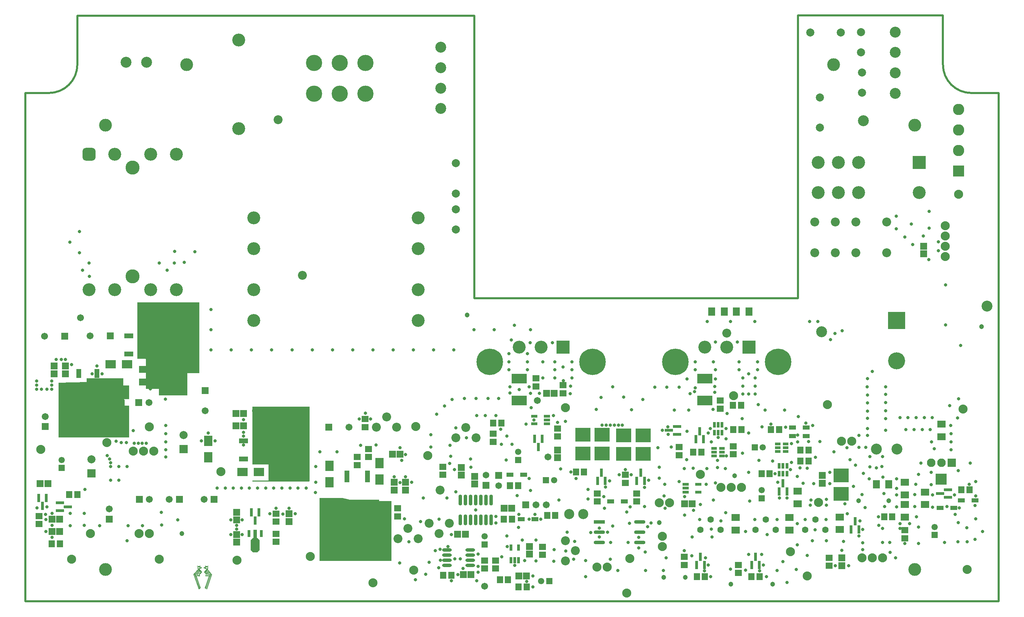
<source format=gts>
G04*
G04 #@! TF.GenerationSoftware,Altium Limited,Altium Designer,22.6.1 (34)*
G04*
G04 Layer_Color=8388736*
%FSLAX43Y43*%
%MOMM*%
G71*
G04*
G04 #@! TF.SameCoordinates,15A2616C-5F2C-4B92-8F69-33DD5233AD97*
G04*
G04*
G04 #@! TF.FilePolarity,Negative*
G04*
G01*
G75*
%ADD10C,0.500*%
%ADD12C,0.254*%
%ADD19C,0.152*%
%ADD27R,0.152X0.152*%
%ADD56C,0.102*%
%ADD57R,0.803X1.553*%
%ADD58R,1.553X0.803*%
%ADD59R,1.803X1.053*%
%ADD60R,3.703X2.403*%
%ADD61R,3.703X3.403*%
%ADD62R,10.903X9.403*%
%ADD63R,1.303X2.903*%
%ADD64R,1.194X2.210*%
%ADD65R,6.909X8.230*%
%ADD66O,2.403X0.803*%
%ADD67O,0.903X2.703*%
%ADD68R,0.803X1.803*%
%ADD69R,0.903X2.203*%
G04:AMPARAMS|DCode=70|XSize=2.203mm|YSize=3.603mm|CornerRadius=0mm|HoleSize=0mm|Usage=FLASHONLY|Rotation=0.000|XOffset=0mm|YOffset=0mm|HoleType=Round|Shape=Octagon|*
%AMOCTAGOND70*
4,1,8,-0.551,1.802,0.551,1.802,1.102,1.251,1.102,-1.251,0.551,-1.802,-0.551,-1.802,-1.102,-1.251,-1.102,1.251,-0.551,1.802,0.0*
%
%ADD70OCTAGOND70*%

%ADD71R,1.453X0.703*%
%ADD72R,1.703X1.803*%
%ADD73R,0.803X2.003*%
%ADD74O,2.803X0.903*%
%ADD75R,2.803X0.903*%
%ADD76R,1.703X2.103*%
%ADD77R,2.103X1.703*%
%ADD78R,1.703X1.603*%
%ADD79R,1.603X1.703*%
%ADD80R,1.803X1.703*%
%ADD81R,2.003X2.603*%
%ADD82R,0.703X1.453*%
%ADD83R,2.603X2.003*%
%ADD84R,2.003X0.803*%
%ADD85R,8.230X6.909*%
%ADD86R,2.210X1.194*%
%ADD87C,3.203*%
%ADD88C,3.175*%
%ADD89C,2.000*%
%ADD90C,4.203*%
%ADD91R,4.203X4.203*%
%ADD92R,1.703X1.703*%
%ADD93C,1.703*%
%ADD94R,2.003X2.003*%
%ADD95C,2.003*%
%ADD96C,1.553*%
%ADD97R,1.553X1.553*%
%ADD98R,1.553X1.553*%
%ADD99R,2.794X2.794*%
%ADD100C,6.553*%
%ADD101C,2.703*%
%ADD102C,2.235*%
%ADD103C,2.503*%
%ADD104R,1.651X1.651*%
%ADD105C,1.651*%
%ADD106C,2.203*%
%ADD107R,3.203X3.203*%
%ADD108C,1.603*%
%ADD109C,2.108*%
%ADD110R,2.108X2.108*%
%ADD111R,3.203X3.203*%
%ADD112C,3.463*%
G04:AMPARAMS|DCode=113|XSize=3.203mm|YSize=3.203mm|CornerRadius=0.852mm|HoleSize=0mm|Usage=FLASHONLY|Rotation=270.000|XOffset=0mm|YOffset=0mm|HoleType=Round|Shape=RoundedRectangle|*
%AMROUNDEDRECTD113*
21,1,3.203,1.500,0,0,270.0*
21,1,1.500,3.203,0,0,270.0*
1,1,1.703,-0.750,-0.750*
1,1,1.703,-0.750,0.750*
1,1,1.703,0.750,0.750*
1,1,1.703,0.750,-0.750*
%
%ADD113ROUNDEDRECTD113*%
%ADD114C,2.803*%
%ADD115R,2.803X2.803*%
%ADD116C,4.013*%
%ADD117R,1.703X1.703*%
%ADD118C,0.813*%
%ADD119C,0.813*%
%ADD120C,1.203*%
G36*
X124200Y173400D02*
X125600D01*
Y170003D01*
X124400D01*
X124500Y169903D01*
Y168400D01*
X125600D01*
Y160600D01*
X108200D01*
Y174097D01*
X115100Y174300D01*
Y175200D01*
X124200D01*
Y173400D01*
D02*
G37*
G36*
X143000Y176500D02*
X140000D01*
Y171000D01*
X133000D01*
Y172600D01*
X129800D01*
Y179900D01*
X129700Y180000D01*
X127700D01*
Y194000D01*
X143000D01*
Y176500D01*
D02*
G37*
G36*
X181700Y144800D02*
X190500D01*
Y130000D01*
X172700D01*
Y145600D01*
X178423Y145602D01*
X181700Y144800D01*
D02*
G37*
G36*
X170300Y149800D02*
X170100Y149600D01*
X156100D01*
Y149900D01*
X160100D01*
Y153900D01*
X156100D01*
Y168200D01*
X170300D01*
Y149800D01*
D02*
G37*
D10*
X326840Y252840D02*
G03*
X333840Y245840I7000J0D01*
G01*
X105835D02*
G03*
X112835Y252840I0J7000D01*
G01*
X100000Y245840D02*
X100000Y120000D01*
X291000Y265000D02*
X326840Y265000D01*
Y252840D02*
Y265000D01*
X112835Y252840D02*
Y264980D01*
X100000Y245840D02*
X105835D01*
X112835Y264980D02*
X211000D01*
X100000Y120000D02*
X340611D01*
X340581Y245840D02*
X340611Y120000D01*
X333840Y245840D02*
X340581D01*
X291000Y194980D02*
Y264980D01*
X211000Y194980D02*
X291000D01*
X211000D02*
Y264980D01*
D12*
X142879Y127883D02*
X143464Y127299D01*
X143032Y126791D02*
X143464Y127299D01*
X144245Y127299D02*
X144677Y126791D01*
X144245Y127299D02*
X144829Y127883D01*
D19*
X143159Y128264D02*
G03*
X143159Y128264I-279J0D01*
G01*
X145109Y128264D02*
G03*
X145109Y128264I-279J0D01*
G01*
X142498Y128721D02*
X143616Y128264D01*
X142752Y128518D02*
X143235Y128747D01*
X142879Y127959D02*
X143616Y128264D01*
X141635Y126638D02*
X142807Y127947D01*
X141889Y126588D02*
X142956Y127781D01*
X142168Y126562D02*
X143083Y127604D01*
X142600Y126715D02*
X143235Y127451D01*
X143006Y126486D02*
Y126715D01*
X143108Y126283D02*
Y126435D01*
X142905Y126283D02*
Y126435D01*
X143108D01*
X142498D02*
X142702D01*
X142600Y126486D02*
Y126715D01*
X142702Y126283D02*
Y126435D01*
X142498Y126283D02*
Y126435D01*
X142143Y126537D02*
X143251Y123291D01*
X141889Y126588D02*
X143071Y123163D01*
X141635Y126638D02*
X142884Y123058D01*
X144829Y123057D02*
X146074Y126638D01*
X144638Y123163D02*
X145820Y126587D01*
X144458Y123291D02*
X145566Y126537D01*
X144601Y126283D02*
Y126435D01*
X144804Y126283D02*
Y126435D01*
X144702Y126499D02*
Y126727D01*
X144601Y126435D02*
X144804D01*
X145007D02*
X145210D01*
X145007Y126283D02*
Y126435D01*
X145210Y126283D02*
Y126435D01*
X145109Y126486D02*
Y126714D01*
X144474Y127451D02*
X145109Y126714D01*
X144626Y127603D02*
X145540Y126562D01*
X144753Y127781D02*
X145820Y126587D01*
X144905Y127934D02*
X146074Y126638D01*
X144093Y128264D02*
X144829Y127959D01*
X144474Y128746D02*
X144956Y128518D01*
X144093Y128264D02*
X145210Y128721D01*
X141635Y126638D02*
X142884Y123058D01*
X141660Y126664D02*
X142752Y127883D01*
D27*
X143464Y127299D02*
D03*
D56*
X142930Y128264D02*
G03*
X142930Y128264I-51J0D01*
G01*
X144880Y128264D02*
G03*
X144880Y128264I-51J0D01*
G01*
D57*
X220025Y130150D02*
D03*
X220975Y130150D02*
D03*
X221925Y130150D02*
D03*
Y133300D02*
D03*
X220025D02*
D03*
D58*
X225825Y163950D02*
D03*
Y165850D02*
D03*
X228975D02*
D03*
X228975Y164900D02*
D03*
X228975Y163950D02*
D03*
X263225Y148950D02*
D03*
X263225Y148000D02*
D03*
X263225Y147050D02*
D03*
X266375D02*
D03*
Y148950D02*
D03*
D59*
X248100Y144700D02*
D03*
X244700D02*
D03*
X219800Y151300D02*
D03*
X223200D02*
D03*
X226000Y140300D02*
D03*
X222600D02*
D03*
X329500Y143100D02*
D03*
X326100D02*
D03*
X331400Y145000D02*
D03*
X334800D02*
D03*
X293000Y160900D02*
D03*
X289600D02*
D03*
X293000Y163000D02*
D03*
X289600D02*
D03*
D60*
X268000Y169700D02*
D03*
Y175100D02*
D03*
X222100Y169700D02*
D03*
Y175100D02*
D03*
D61*
X247900Y161100D02*
D03*
X247900Y156500D02*
D03*
X237800Y156600D02*
D03*
X237800Y161200D02*
D03*
X252700Y156500D02*
D03*
X252700Y161100D02*
D03*
X242600Y156600D02*
D03*
X242600Y161200D02*
D03*
X301700Y151200D02*
D03*
X301700Y146600D02*
D03*
D62*
X182000Y140500D02*
D03*
D63*
X179460Y150950D02*
D03*
X184540Y150950D02*
D03*
D64*
X117699Y176359D02*
D03*
X113199D02*
D03*
D65*
X115449Y170149D02*
D03*
D66*
X204225Y132705D02*
D03*
Y131435D02*
D03*
Y130165D02*
D03*
Y128895D02*
D03*
X209975Y132705D02*
D03*
Y131435D02*
D03*
Y130165D02*
D03*
Y128895D02*
D03*
D67*
X207487Y140140D02*
D03*
X208757Y140140D02*
D03*
X210027D02*
D03*
X211297D02*
D03*
X212567D02*
D03*
X213837D02*
D03*
X215107Y140140D02*
D03*
X207487Y145040D02*
D03*
X208757D02*
D03*
X210027Y145040D02*
D03*
X211297Y145040D02*
D03*
X212567D02*
D03*
X213837Y145040D02*
D03*
X215107Y145040D02*
D03*
D68*
X155300Y136800D02*
D03*
X158300Y136800D02*
D03*
D69*
X156800Y136600D02*
D03*
D70*
Y133900D02*
D03*
D71*
X270225Y157850D02*
D03*
Y156900D02*
D03*
Y155950D02*
D03*
X272175Y157850D02*
D03*
Y156900D02*
D03*
Y155950D02*
D03*
X287975Y157050D02*
D03*
Y158000D02*
D03*
Y158950D02*
D03*
X286025Y157050D02*
D03*
Y158000D02*
D03*
Y158950D02*
D03*
D72*
X262950Y144100D02*
D03*
X264850D02*
D03*
X152050Y163400D02*
D03*
X153950Y163400D02*
D03*
X208250Y126600D02*
D03*
X210150D02*
D03*
X153950Y166500D02*
D03*
X152050Y166500D02*
D03*
X105550Y149100D02*
D03*
X103650D02*
D03*
X223850Y126300D02*
D03*
X221950D02*
D03*
X218350Y143000D02*
D03*
X220250D02*
D03*
X206850Y136600D02*
D03*
X208750D02*
D03*
X230750Y171500D02*
D03*
X228850D02*
D03*
X106550Y140300D02*
D03*
X108450Y140300D02*
D03*
X106550Y137300D02*
D03*
X108450Y137300D02*
D03*
X130850Y177400D02*
D03*
X128950D02*
D03*
X130850Y174300D02*
D03*
X128950D02*
D03*
X192650Y156400D02*
D03*
X190750Y156400D02*
D03*
D73*
X104200Y143600D02*
D03*
X103250Y145600D02*
D03*
X105150D02*
D03*
X156800Y140000D02*
D03*
X305100Y139800D02*
D03*
X306050Y137800D02*
D03*
X304150Y137800D02*
D03*
X266700Y162100D02*
D03*
X267650Y160100D02*
D03*
X265750D02*
D03*
X280510Y131000D02*
D03*
X281460Y129000D02*
D03*
X279560D02*
D03*
X266900Y131000D02*
D03*
X267850Y129000D02*
D03*
X265950D02*
D03*
X252100Y151800D02*
D03*
X253050Y149800D02*
D03*
X251150D02*
D03*
X242400Y151800D02*
D03*
X243350Y149800D02*
D03*
X241450D02*
D03*
X226800Y158200D02*
D03*
X225850Y160200D02*
D03*
X227750D02*
D03*
X287300Y149200D02*
D03*
X288250Y147200D02*
D03*
X286350D02*
D03*
X155850Y142000D02*
D03*
X157750Y142000D02*
D03*
D74*
X251900Y137100D02*
D03*
Y139640D02*
D03*
Y134560D02*
D03*
X241900D02*
D03*
Y137100D02*
D03*
D75*
Y139640D02*
D03*
D76*
X313450Y149000D02*
D03*
X310350Y149000D02*
D03*
X269650Y191700D02*
D03*
X272750Y191700D02*
D03*
X278850D02*
D03*
X275750Y191700D02*
D03*
D77*
X317400Y143950D02*
D03*
X317400Y140850D02*
D03*
X317400Y146350D02*
D03*
X317400Y149450D02*
D03*
X326500Y163850D02*
D03*
Y160750D02*
D03*
X322400Y147050D02*
D03*
Y143950D02*
D03*
X275600Y137650D02*
D03*
X275600Y140750D02*
D03*
X301300Y140850D02*
D03*
Y137750D02*
D03*
X290900Y147250D02*
D03*
X290900Y144150D02*
D03*
X288900Y140750D02*
D03*
X288900Y137650D02*
D03*
D78*
X317400Y135600D02*
D03*
Y137600D02*
D03*
X298700Y128800D02*
D03*
X298700Y130800D02*
D03*
X162000Y134700D02*
D03*
X275000Y156400D02*
D03*
Y158400D02*
D03*
X261600Y158200D02*
D03*
Y156200D02*
D03*
X203200Y151300D02*
D03*
X203200Y153300D02*
D03*
X192000Y143000D02*
D03*
Y141000D02*
D03*
X227800Y131500D02*
D03*
Y133500D02*
D03*
X216200Y128100D02*
D03*
Y130100D02*
D03*
X213500D02*
D03*
Y128100D02*
D03*
X276300Y127000D02*
D03*
Y129000D02*
D03*
X262900Y131000D02*
D03*
Y129000D02*
D03*
X248300Y151300D02*
D03*
Y149300D02*
D03*
X241400Y144700D02*
D03*
Y146700D02*
D03*
X251100Y144700D02*
D03*
Y146700D02*
D03*
X215600Y161500D02*
D03*
Y159500D02*
D03*
X231600Y162800D02*
D03*
Y160800D02*
D03*
X232900Y171500D02*
D03*
X232900Y173500D02*
D03*
X226200Y173200D02*
D03*
Y175200D02*
D03*
X271800Y167700D02*
D03*
Y169700D02*
D03*
X162000Y139700D02*
D03*
X162000Y141700D02*
D03*
X162000Y136700D02*
D03*
X103400Y139100D02*
D03*
Y141100D02*
D03*
X184000Y163100D02*
D03*
Y165100D02*
D03*
X184800Y155700D02*
D03*
X184800Y157700D02*
D03*
X182000Y153700D02*
D03*
X182000Y155700D02*
D03*
D79*
X312300Y140900D02*
D03*
X314300D02*
D03*
X331400Y147600D02*
D03*
X333400D02*
D03*
X231000Y141300D02*
D03*
X229000D02*
D03*
X276900Y168500D02*
D03*
X274900Y168500D02*
D03*
X219300Y125300D02*
D03*
X217300D02*
D03*
X221900Y123600D02*
D03*
X223900D02*
D03*
X277000Y162500D02*
D03*
X275000Y162500D02*
D03*
X205300Y126400D02*
D03*
X203300D02*
D03*
X218300Y140300D02*
D03*
X220300D02*
D03*
X221800Y148660D02*
D03*
X219800D02*
D03*
X281500Y126100D02*
D03*
X279500Y126100D02*
D03*
X268000Y126100D02*
D03*
X266000Y126100D02*
D03*
X236100Y152000D02*
D03*
X238100D02*
D03*
X215650Y164109D02*
D03*
X217650D02*
D03*
X265100Y156900D02*
D03*
X267100D02*
D03*
X286300Y162500D02*
D03*
X284300D02*
D03*
X284000Y151600D02*
D03*
X282000D02*
D03*
X291600Y157400D02*
D03*
X293600D02*
D03*
X291600Y154700D02*
D03*
X293600D02*
D03*
X108500Y134200D02*
D03*
X106500D02*
D03*
X112842Y146429D02*
D03*
X110842Y146429D02*
D03*
D80*
X301852Y130753D02*
D03*
X301852Y128853D02*
D03*
X152200Y134650D02*
D03*
X107100Y176350D02*
D03*
Y178250D02*
D03*
X224600Y133550D02*
D03*
Y131650D02*
D03*
X207800Y151250D02*
D03*
Y153150D02*
D03*
X211100Y149050D02*
D03*
Y150950D02*
D03*
X191200Y149450D02*
D03*
Y147550D02*
D03*
X194000Y149450D02*
D03*
X194000Y147550D02*
D03*
X109900Y178250D02*
D03*
Y176350D02*
D03*
X297000Y151150D02*
D03*
Y149250D02*
D03*
X231600Y155550D02*
D03*
X231600Y157450D02*
D03*
X165200Y141650D02*
D03*
Y139750D02*
D03*
X152200Y136550D02*
D03*
X152200Y140150D02*
D03*
Y142050D02*
D03*
X322100Y206014D02*
D03*
Y207914D02*
D03*
D81*
X175200Y149450D02*
D03*
Y153550D02*
D03*
X187500Y150150D02*
D03*
Y154250D02*
D03*
X145200Y155650D02*
D03*
Y159750D02*
D03*
D82*
X272200Y163675D02*
D03*
X271250D02*
D03*
X270300D02*
D03*
X272200Y161725D02*
D03*
X271250D02*
D03*
X270300D02*
D03*
X286350Y151625D02*
D03*
X287300D02*
D03*
X288250D02*
D03*
X286350Y153575D02*
D03*
X287300D02*
D03*
X288250D02*
D03*
D83*
X157750Y152000D02*
D03*
X153650D02*
D03*
X121050Y178700D02*
D03*
X125150D02*
D03*
D84*
X108500Y144350D02*
D03*
Y142450D02*
D03*
X110500Y143400D02*
D03*
X326100Y146700D02*
D03*
X328100Y147650D02*
D03*
Y145750D02*
D03*
X261100Y161350D02*
D03*
Y163250D02*
D03*
X259100Y162300D02*
D03*
D85*
X131751Y183500D02*
D03*
X160151Y157500D02*
D03*
D86*
X125540Y181250D02*
D03*
Y185750D02*
D03*
X153941Y155250D02*
D03*
X153941Y159750D02*
D03*
D87*
X197120Y214900D02*
D03*
Y207280D02*
D03*
Y197120D02*
D03*
X156480D02*
D03*
Y207280D02*
D03*
X197120Y189500D02*
D03*
X156480D02*
D03*
Y214900D02*
D03*
X306000Y228650D02*
D03*
X301000D02*
D03*
X296000D02*
D03*
Y221150D02*
D03*
X301000D02*
D03*
X306000D02*
D03*
X321000D02*
D03*
X227500Y182900D02*
D03*
X222050D02*
D03*
X137300Y197150D02*
D03*
X130950D02*
D03*
X122050D02*
D03*
X115700D02*
D03*
X137300Y230650D02*
D03*
X122050D02*
D03*
X130950D02*
D03*
X152700Y237050D02*
D03*
Y258950D02*
D03*
X267950Y182900D02*
D03*
X273400D02*
D03*
D88*
X299835Y252840D02*
D03*
X119835Y237840D02*
D03*
Y127840D02*
D03*
X139835Y252840D02*
D03*
X319840Y127840D02*
D03*
Y237840D02*
D03*
D89*
X301550Y260800D02*
D03*
X294050D02*
D03*
X306600Y260900D02*
D03*
Y255900D02*
D03*
X206400Y228450D02*
D03*
Y220950D02*
D03*
X296400Y244750D02*
D03*
Y237250D02*
D03*
X206400Y217000D02*
D03*
Y212000D02*
D03*
X306800Y245900D02*
D03*
Y250900D02*
D03*
D90*
X315400Y179500D02*
D03*
D91*
Y189500D02*
D03*
D92*
X109700Y185600D02*
D03*
X128150Y145200D02*
D03*
X223660Y143900D02*
D03*
X121000Y185700D02*
D03*
X175000Y163100D02*
D03*
X146650Y145200D02*
D03*
X138050Y145200D02*
D03*
X128050Y169200D02*
D03*
D93*
X104700Y185600D02*
D03*
X130650Y145200D02*
D03*
X228740Y143900D02*
D03*
X226200D02*
D03*
X116000Y185700D02*
D03*
X104900Y165750D02*
D03*
X144400Y167200D02*
D03*
X180000Y163100D02*
D03*
X144150Y145200D02*
D03*
X135550Y145200D02*
D03*
X120700Y142850D02*
D03*
X130550Y169200D02*
D03*
X229200Y155700D02*
D03*
X226600Y169700D02*
D03*
X213500Y123700D02*
D03*
X160700Y167200D02*
D03*
X158800D02*
D03*
X156900D02*
D03*
X113600Y190200D02*
D03*
D94*
X116299Y151650D02*
D03*
X139100Y157650D02*
D03*
D95*
X116299Y155150D02*
D03*
X139100Y161150D02*
D03*
D96*
X109000Y155000D02*
D03*
X324800Y138400D02*
D03*
X227500Y125000D02*
D03*
X282000Y147500D02*
D03*
X282300Y158100D02*
D03*
X213500Y136100D02*
D03*
X221800Y157000D02*
D03*
X230700Y150000D02*
D03*
D97*
X109000Y153000D02*
D03*
X324800Y136400D02*
D03*
X282000Y145500D02*
D03*
X213500Y134100D02*
D03*
X221800Y155000D02*
D03*
D98*
X229500Y125000D02*
D03*
X280300Y158100D02*
D03*
X228700Y150000D02*
D03*
D99*
X326404Y150200D02*
D03*
D100*
X214800Y179300D02*
D03*
X240200D02*
D03*
X260700D02*
D03*
X286100D02*
D03*
D101*
X315000Y260920D02*
D03*
X315000Y245720D02*
D03*
X315000Y250800D02*
D03*
Y255880D02*
D03*
X315440Y157700D02*
D03*
X310360D02*
D03*
X124860Y253400D02*
D03*
X129940D02*
D03*
X202700Y241980D02*
D03*
X202700Y257180D02*
D03*
X202700Y252100D02*
D03*
Y247020D02*
D03*
X296800Y186700D02*
D03*
X337700Y193100D02*
D03*
X307200Y239000D02*
D03*
D102*
X327400Y205390D02*
D03*
X327400Y207930D02*
D03*
X327400Y210470D02*
D03*
X327400Y213010D02*
D03*
X152300Y130200D02*
D03*
X257451Y133530D02*
D03*
X257451Y136070D02*
D03*
X306862Y130800D02*
D03*
X309402Y130800D02*
D03*
X311942D02*
D03*
X196537Y163248D02*
D03*
X256721Y144400D02*
D03*
X277040Y148200D02*
D03*
X274500D02*
D03*
X271960Y148200D02*
D03*
X248700Y122000D02*
D03*
X199500Y156050D02*
D03*
X233500Y167900D02*
D03*
X196000Y127700D02*
D03*
X331800Y167600D02*
D03*
X296100Y144500D02*
D03*
X249400Y130600D02*
D03*
X130670Y136800D02*
D03*
X128130D02*
D03*
X275039Y170900D02*
D03*
X259261Y144400D02*
D03*
X243870Y128500D02*
D03*
X241330D02*
D03*
X330700Y220800D02*
D03*
X332800Y127840D02*
D03*
X170400Y131100D02*
D03*
X289150Y132300D02*
D03*
X301730Y159600D02*
D03*
X304270D02*
D03*
X126660Y157200D02*
D03*
X129200D02*
D03*
X131740Y157200D02*
D03*
X103800Y157600D02*
D03*
X148300Y152100D02*
D03*
X266900Y151400D02*
D03*
X179500Y131700D02*
D03*
X130600Y163200D02*
D03*
X116100Y136800D02*
D03*
X120100Y159300D02*
D03*
X293282Y126300D02*
D03*
X133083Y130400D02*
D03*
X185900Y124600D02*
D03*
X111400Y130400D02*
D03*
X298300Y168650D02*
D03*
D103*
X237950Y141600D02*
D03*
X234450D02*
D03*
D104*
X213900Y148700D02*
D03*
X217000Y151200D02*
D03*
D105*
X213900Y151240D02*
D03*
X217000Y148660D02*
D03*
D106*
X312914Y206248D02*
D03*
X305294Y206248D02*
D03*
X300214Y206248D02*
D03*
X295134Y206248D02*
D03*
Y213868D02*
D03*
X300214D02*
D03*
X312914D02*
D03*
X305294Y213868D02*
D03*
X206400Y160500D02*
D03*
X208900Y163000D02*
D03*
X211400Y160500D02*
D03*
X192100Y135500D02*
D03*
X194600Y138000D02*
D03*
X197100Y135500D02*
D03*
X233500Y135000D02*
D03*
X236000Y132500D02*
D03*
X233500Y130000D02*
D03*
X204800Y139300D02*
D03*
X202300Y136800D02*
D03*
X199800Y139300D02*
D03*
X186800Y163100D02*
D03*
X189300Y165600D02*
D03*
X191800Y163100D02*
D03*
X273400Y186400D02*
D03*
X162450Y239250D02*
D03*
X202500Y147500D02*
D03*
X168500Y200700D02*
D03*
D107*
X321000Y228650D02*
D03*
D108*
X271900Y137700D02*
D03*
X269400Y140200D02*
D03*
X266900Y137700D02*
D03*
X280500D02*
D03*
X283000Y140200D02*
D03*
X285500Y137700D02*
D03*
X292800D02*
D03*
X295300Y140200D02*
D03*
X297800Y137700D02*
D03*
D109*
X323920Y154300D02*
D03*
X326460D02*
D03*
D110*
X329000D02*
D03*
D111*
X232950Y182900D02*
D03*
X278850D02*
D03*
D112*
X126500Y227400D02*
D03*
Y200400D02*
D03*
D113*
X115700Y230650D02*
D03*
D114*
X330700Y241720D02*
D03*
X330700Y236640D02*
D03*
Y231560D02*
D03*
D115*
X330700Y226480D02*
D03*
D116*
X184050Y253310D02*
D03*
X177700D02*
D03*
X171350D02*
D03*
Y245690D02*
D03*
X177700D02*
D03*
X184050D02*
D03*
D117*
X104900Y163250D02*
D03*
X144400Y172200D02*
D03*
X120700Y140350D02*
D03*
D118*
X261600Y149600D02*
D03*
X330900Y143100D02*
D03*
X308735Y155790D02*
D03*
Y153306D02*
D03*
X333300Y149000D02*
D03*
X319900Y146400D02*
D03*
X304700Y148474D02*
D03*
X277200Y165200D02*
D03*
X307012Y137750D02*
D03*
X306100Y136181D02*
D03*
X315100Y130800D02*
D03*
X303500Y128800D02*
D03*
X210100Y153200D02*
D03*
X312000Y150700D02*
D03*
X319900Y143500D02*
D03*
X298000Y135000D02*
D03*
X311719Y153331D02*
D03*
X324670Y157741D02*
D03*
X324057Y159488D02*
D03*
X320100Y149000D02*
D03*
X330700Y170100D02*
D03*
X328500Y168473D02*
D03*
X145900Y192200D02*
D03*
Y187200D02*
D03*
X224900D02*
D03*
X220900Y188300D02*
D03*
X215900Y187200D02*
D03*
X210900D02*
D03*
X205900Y182200D02*
D03*
X200900D02*
D03*
X195900D02*
D03*
X190900D02*
D03*
X185900D02*
D03*
X180900D02*
D03*
X175900D02*
D03*
X170900D02*
D03*
X165900D02*
D03*
X160900D02*
D03*
X155900D02*
D03*
X150900D02*
D03*
X145900D02*
D03*
X284300Y163900D02*
D03*
X325700Y206800D02*
D03*
X271300Y160600D02*
D03*
X268800Y161700D02*
D03*
X278800D02*
D03*
X263500Y155100D02*
D03*
X263599Y162100D02*
D03*
X259703Y158200D02*
D03*
X133600Y142000D02*
D03*
X133700Y138900D02*
D03*
X125108Y135000D02*
D03*
X128911Y138690D02*
D03*
X125413D02*
D03*
X114757Y147679D02*
D03*
X118400Y138727D02*
D03*
X114584Y138836D02*
D03*
X111042Y138690D02*
D03*
Y141800D02*
D03*
X331200Y183304D02*
D03*
X327500Y188400D02*
D03*
X327501Y198300D02*
D03*
X323300Y204600D02*
D03*
X319400Y208300D02*
D03*
X317400Y210200D02*
D03*
X319000Y213400D02*
D03*
X322000Y210400D02*
D03*
X323400Y216500D02*
D03*
Y212368D02*
D03*
X325700Y209000D02*
D03*
X105288Y143400D02*
D03*
X269558Y137876D02*
D03*
X271960Y139909D02*
D03*
X270606Y149300D02*
D03*
X268493Y152835D02*
D03*
X333622Y154244D02*
D03*
X334900Y149654D02*
D03*
X329874Y141500D02*
D03*
X211900Y127201D02*
D03*
Y128666D02*
D03*
X223900Y124900D02*
D03*
X232950Y178023D02*
D03*
X315393Y147913D02*
D03*
X233000Y174600D02*
D03*
X234700Y171400D02*
D03*
X278800Y171300D02*
D03*
Y176329D02*
D03*
X206100Y152600D02*
D03*
X204225Y145600D02*
D03*
X193700Y140413D02*
D03*
X198366Y145561D02*
D03*
X197720Y139750D02*
D03*
X194822Y134761D02*
D03*
X192538Y129476D02*
D03*
X196442Y125300D02*
D03*
X199000Y126700D02*
D03*
X231900Y145065D02*
D03*
X248300Y152595D02*
D03*
X249550Y143394D02*
D03*
X248700Y142097D02*
D03*
X242997Y145916D02*
D03*
X239073Y145323D02*
D03*
Y147656D02*
D03*
X128154Y193400D02*
D03*
X128100Y191600D02*
D03*
X129100Y189600D02*
D03*
X131050Y187600D02*
D03*
X134700Y179400D02*
D03*
Y177400D02*
D03*
Y175400D02*
D03*
Y173400D02*
D03*
Y171400D02*
D03*
X123100Y150000D02*
D03*
X121100D02*
D03*
X125100Y153400D02*
D03*
X123100D02*
D03*
X134700Y155700D02*
D03*
Y157500D02*
D03*
Y159500D02*
D03*
Y161500D02*
D03*
Y163500D02*
D03*
X134650Y170003D02*
D03*
X120249Y156073D02*
D03*
X120800Y155200D02*
D03*
X121100Y154300D02*
D03*
X121066Y153350D02*
D03*
X147400Y148000D02*
D03*
X137694Y140150D02*
D03*
X149400Y148000D02*
D03*
X151400D02*
D03*
X153400D02*
D03*
X155400D02*
D03*
X157400D02*
D03*
X159400D02*
D03*
X161400D02*
D03*
X163400D02*
D03*
X165400D02*
D03*
X167400D02*
D03*
X169400D02*
D03*
X171800Y153350D02*
D03*
X115800Y200400D02*
D03*
X114146Y202000D02*
D03*
X115750Y203750D02*
D03*
X111000Y208900D02*
D03*
X113400Y206300D02*
D03*
X113400Y211500D02*
D03*
X136900Y206600D02*
D03*
X141900Y206500D02*
D03*
X139300Y203950D02*
D03*
X136788Y203750D02*
D03*
X133100D02*
D03*
X135000Y202000D02*
D03*
X306816Y146412D02*
D03*
X303216Y141703D02*
D03*
X306300Y139900D02*
D03*
X327200Y134600D02*
D03*
X320800Y134289D02*
D03*
X330500Y134700D02*
D03*
X332800D02*
D03*
X334800Y135300D02*
D03*
X336616Y137308D02*
D03*
X334900Y140378D02*
D03*
X332700Y138200D02*
D03*
X330600Y139500D02*
D03*
X328800Y157500D02*
D03*
Y159500D02*
D03*
Y161500D02*
D03*
X306100Y158100D02*
D03*
X309400Y176900D02*
D03*
X308200Y175100D02*
D03*
X220127Y184700D02*
D03*
X224800Y184000D02*
D03*
X230300Y184011D02*
D03*
X227900Y179300D02*
D03*
Y175300D02*
D03*
X230900D02*
D03*
X219800Y171600D02*
D03*
X219760Y173100D02*
D03*
X224558D02*
D03*
X219500Y177300D02*
D03*
Y179300D02*
D03*
X219534Y181346D02*
D03*
X224100Y177300D02*
D03*
Y179300D02*
D03*
X224100Y181346D02*
D03*
X234800Y173300D02*
D03*
X235100Y175300D02*
D03*
X230900Y177300D02*
D03*
X235100D02*
D03*
Y179300D02*
D03*
X270600Y184200D02*
D03*
X276000D02*
D03*
X268533Y189300D02*
D03*
X265458Y171866D02*
D03*
X265600Y172800D02*
D03*
X270400Y171700D02*
D03*
Y173200D02*
D03*
X270600Y175000D02*
D03*
Y177300D02*
D03*
X270100Y179300D02*
D03*
X265600D02*
D03*
Y177300D02*
D03*
X263600Y175000D02*
D03*
X280400Y171300D02*
D03*
X281000Y177300D02*
D03*
X277400Y171300D02*
D03*
Y173300D02*
D03*
Y175300D02*
D03*
X276400Y177300D02*
D03*
X280400Y173300D02*
D03*
Y175300D02*
D03*
X281013Y179300D02*
D03*
X276395D02*
D03*
X280357Y189300D02*
D03*
X274294D02*
D03*
X312700Y162300D02*
D03*
X316200Y165500D02*
D03*
X312700Y165200D02*
D03*
Y167200D02*
D03*
Y169200D02*
D03*
Y171200D02*
D03*
Y173100D02*
D03*
X308100D02*
D03*
X308200Y171100D02*
D03*
Y169100D02*
D03*
Y167100D02*
D03*
Y165300D02*
D03*
Y162800D02*
D03*
X308218Y161100D02*
D03*
X330453Y165400D02*
D03*
X328754Y163504D02*
D03*
X321700Y162500D02*
D03*
X324143Y165500D02*
D03*
X323700Y162500D02*
D03*
X322200Y165500D02*
D03*
X320200D02*
D03*
X317700Y162500D02*
D03*
X319700D02*
D03*
X298900Y149100D02*
D03*
Y151913D02*
D03*
X296418Y159570D02*
D03*
X289400Y154400D02*
D03*
Y159000D02*
D03*
X290800Y150900D02*
D03*
X223800Y163900D02*
D03*
X233471Y164564D02*
D03*
X231600Y164300D02*
D03*
X230546Y166000D02*
D03*
X230859Y179300D02*
D03*
X241100Y167500D02*
D03*
X249842Y167458D02*
D03*
X252600Y170000D02*
D03*
X255600Y173000D02*
D03*
X258600D02*
D03*
X261584Y172966D02*
D03*
X264285Y171400D02*
D03*
X270000Y167500D02*
D03*
X263950Y167300D02*
D03*
X260396D02*
D03*
X235562Y130400D02*
D03*
X233600Y132474D02*
D03*
X235796Y134847D02*
D03*
X233969Y137100D02*
D03*
X221900Y138300D02*
D03*
X218990Y136211D02*
D03*
X206200Y130500D02*
D03*
X205300Y136500D02*
D03*
X202300Y140350D02*
D03*
X171700Y146900D02*
D03*
X171800Y149450D02*
D03*
X172840Y157001D02*
D03*
X177000Y157000D02*
D03*
X182884Y158600D02*
D03*
X186700Y158700D02*
D03*
X192650Y157995D02*
D03*
X193014Y154900D02*
D03*
X217800Y131000D02*
D03*
X244604Y130451D02*
D03*
X253279Y127627D02*
D03*
X258400Y130800D02*
D03*
X302250Y134842D02*
D03*
X327800Y143500D02*
D03*
X329700Y146300D02*
D03*
X323920Y148850D02*
D03*
X311940Y155790D02*
D03*
X303828Y155100D02*
D03*
X307800Y158100D02*
D03*
X281134Y168650D02*
D03*
X282866Y167300D02*
D03*
X287700D02*
D03*
X291105Y165746D02*
D03*
X290913Y161116D02*
D03*
X262950Y141318D02*
D03*
X258122Y143000D02*
D03*
X257932Y146066D02*
D03*
X253050Y143477D02*
D03*
X251600Y135800D02*
D03*
Y133211D02*
D03*
X253269Y132213D02*
D03*
X253794Y138437D02*
D03*
X226200Y130000D02*
D03*
X230600Y129900D02*
D03*
X223400Y130100D02*
D03*
X202175Y128324D02*
D03*
X199800Y129671D02*
D03*
X211900Y131700D02*
D03*
X204425Y133576D02*
D03*
X202500Y132900D02*
D03*
X216300Y141000D02*
D03*
Y139397D02*
D03*
X221955Y141498D02*
D03*
X224854Y147410D02*
D03*
X221600Y146200D02*
D03*
X210027Y155200D02*
D03*
X218891Y155000D02*
D03*
X220300Y158900D02*
D03*
X217650Y158900D02*
D03*
X247900Y170592D02*
D03*
X245200Y173100D02*
D03*
X242300Y170500D02*
D03*
X222050Y172393D02*
D03*
X227082Y171497D02*
D03*
X224900D02*
D03*
X225043Y167900D02*
D03*
X225728Y164852D02*
D03*
X217504Y162562D02*
D03*
X218993Y160938D02*
D03*
X217000Y170254D02*
D03*
X214404Y170182D02*
D03*
X211400D02*
D03*
X208500D02*
D03*
X205441Y169944D02*
D03*
X203600Y168331D02*
D03*
X201663Y166300D02*
D03*
X211548Y166000D02*
D03*
X213691D02*
D03*
X216300D02*
D03*
X206416Y162926D02*
D03*
X209048Y160500D02*
D03*
X204948Y158600D02*
D03*
X205137Y155900D02*
D03*
X204900Y154100D02*
D03*
X200200Y158200D02*
D03*
X200218Y161211D02*
D03*
X257687Y127600D02*
D03*
X246497D02*
D03*
X243200Y143062D02*
D03*
X244700Y134560D02*
D03*
X248958Y134535D02*
D03*
X249304Y139300D02*
D03*
X254704Y139418D02*
D03*
X264800Y135956D02*
D03*
X264756Y131303D02*
D03*
X278027Y127687D02*
D03*
X274291Y128000D02*
D03*
X278027Y137248D02*
D03*
X278816Y131637D02*
D03*
X282000D02*
D03*
X288250Y124643D02*
D03*
X287300Y129800D02*
D03*
X293282Y131320D02*
D03*
X290857Y133968D02*
D03*
Y139240D02*
D03*
X292800Y140200D02*
D03*
X295200Y137700D02*
D03*
X297958Y140200D02*
D03*
X294642Y163500D02*
D03*
X292958Y164100D02*
D03*
X318200Y165500D02*
D03*
X306100Y161100D02*
D03*
X303100Y158000D02*
D03*
X299900Y157000D02*
D03*
X292300Y149200D02*
D03*
X294900Y149100D02*
D03*
X305200Y153700D02*
D03*
X302600Y144100D02*
D03*
X298000Y145200D02*
D03*
X294054Y143800D02*
D03*
X288300Y145600D02*
D03*
X286400D02*
D03*
X285969Y149461D02*
D03*
X283400Y136500D02*
D03*
X285796Y140271D02*
D03*
X280300D02*
D03*
X266700Y140200D02*
D03*
X269775Y135920D02*
D03*
X273151Y141929D02*
D03*
X270095Y145050D02*
D03*
X279085Y144800D02*
D03*
X281374Y154900D02*
D03*
X284689Y154700D02*
D03*
X269400Y126100D02*
D03*
X268110Y130749D02*
D03*
X268794Y129000D02*
D03*
X267918Y127500D02*
D03*
X281500D02*
D03*
X282454Y129000D02*
D03*
X283175Y126100D02*
D03*
X324300Y143300D02*
D03*
X334900Y146100D02*
D03*
X334800Y143700D02*
D03*
X295300Y155685D02*
D03*
X293263Y152900D02*
D03*
X291500Y153000D02*
D03*
X290913Y159488D02*
D03*
X287975Y163065D02*
D03*
X282100Y163200D02*
D03*
X258800D02*
D03*
X258900Y161300D02*
D03*
X257439Y162300D02*
D03*
X256378Y158034D02*
D03*
X258083Y148946D02*
D03*
X256700Y150500D02*
D03*
Y153206D02*
D03*
X254100Y150000D02*
D03*
X253050Y148163D02*
D03*
X262950Y145916D02*
D03*
X262900Y152890D02*
D03*
X265100Y152900D02*
D03*
X278816Y151900D02*
D03*
X277316Y156706D02*
D03*
X273051Y152890D02*
D03*
X266900Y144000D02*
D03*
X265200Y142500D02*
D03*
X239804Y136993D02*
D03*
X243904Y137126D02*
D03*
X241900Y135956D02*
D03*
Y138163D02*
D03*
X243374Y148291D02*
D03*
X244428Y149807D02*
D03*
X246800Y151300D02*
D03*
X249800D02*
D03*
X234829Y152000D02*
D03*
X236148Y150400D02*
D03*
X232305Y152754D02*
D03*
X224500Y140340D02*
D03*
X226000Y141498D02*
D03*
X227400Y140300D02*
D03*
X225472Y126300D02*
D03*
Y123600D02*
D03*
X238505Y126095D02*
D03*
X238492Y130100D02*
D03*
X230700Y132800D02*
D03*
X226240Y135180D02*
D03*
X222879D02*
D03*
X208199Y128100D02*
D03*
X206929Y126600D02*
D03*
X162000Y143054D02*
D03*
X165200Y143000D02*
D03*
X160400Y141700D02*
D03*
X163620Y141600D02*
D03*
X166695Y141700D02*
D03*
X150784Y140131D02*
D03*
X153605D02*
D03*
X152200Y138800D02*
D03*
Y137900D02*
D03*
X150784Y136550D02*
D03*
X153605D02*
D03*
X192596Y149405D02*
D03*
X195489Y149450D02*
D03*
X194000Y150800D02*
D03*
X191200D02*
D03*
X185300Y165100D02*
D03*
X182500D02*
D03*
X184038Y166603D02*
D03*
X153900Y158700D02*
D03*
X153941Y160899D02*
D03*
X153950Y161825D02*
D03*
X153900Y165000D02*
D03*
X145200Y161690D02*
D03*
X143471Y159742D02*
D03*
X146900Y159700D02*
D03*
X105000Y141500D02*
D03*
X102900Y143100D02*
D03*
X105100Y140200D02*
D03*
X105100Y137300D02*
D03*
X106550Y135877D02*
D03*
Y138836D02*
D03*
X106600Y141800D02*
D03*
X114584D02*
D03*
X110700Y173600D02*
D03*
X109700Y173600D02*
D03*
X108700D02*
D03*
X118922Y176346D02*
D03*
X116531D02*
D03*
X117699Y178250D02*
D03*
X108846Y179893D02*
D03*
X111402Y178595D02*
D03*
X107627Y179893D02*
D03*
X109900D02*
D03*
X132400Y174300D02*
D03*
X130850Y172600D02*
D03*
Y175837D02*
D03*
X132400Y177400D02*
D03*
X130750Y178900D02*
D03*
X124950Y159300D02*
D03*
X123696D02*
D03*
X122405Y159596D02*
D03*
X126900Y159100D02*
D03*
X126660Y162234D02*
D03*
X127900Y159100D02*
D03*
X128900D02*
D03*
X129882Y159100D02*
D03*
X224500Y150400D02*
D03*
X245200Y138640D02*
D03*
X273200Y162800D02*
D03*
X289150Y152600D02*
D03*
X269612Y159488D02*
D03*
X273298Y155950D02*
D03*
X207500Y130500D02*
D03*
X268300Y149000D02*
D03*
X271100Y153100D02*
D03*
Y154900D02*
D03*
X273200Y160200D02*
D03*
X293600Y159570D02*
D03*
X247600Y163600D02*
D03*
X242600D02*
D03*
X205300Y125100D02*
D03*
X211600D02*
D03*
X201300Y132500D02*
D03*
X206400Y147100D02*
D03*
X219100Y133560D02*
D03*
X106500Y172500D02*
D03*
Y173500D02*
D03*
X105300Y172500D02*
D03*
X104000D02*
D03*
X102800D02*
D03*
Y173500D02*
D03*
Y174500D02*
D03*
X106500D02*
D03*
X246600Y163600D02*
D03*
X245600D02*
D03*
X244600D02*
D03*
X243600D02*
D03*
X220950Y128895D02*
D03*
X202600Y130165D02*
D03*
X211297Y142600D02*
D03*
X269300Y162800D02*
D03*
X262900Y132500D02*
D03*
X285325Y151625D02*
D03*
D119*
X310400Y153000D02*
D03*
X285796Y127600D02*
D03*
X290600Y127849D02*
D03*
X294554Y135000D02*
D03*
X324300Y146300D02*
D03*
X315400Y143400D02*
D03*
Y146300D02*
D03*
X313800Y132100D02*
D03*
X307000Y132800D02*
D03*
X313700Y134600D02*
D03*
X311900D02*
D03*
X308600Y150300D02*
D03*
X307200Y151700D02*
D03*
X317400Y134289D02*
D03*
X318600Y139200D02*
D03*
X316200D02*
D03*
Y138000D02*
D03*
X312230Y146700D02*
D03*
X311000Y138800D02*
D03*
X312400Y143500D02*
D03*
X310914Y140900D02*
D03*
X311900Y138000D02*
D03*
X330600Y152362D02*
D03*
X320800Y151400D02*
D03*
X321391Y154244D02*
D03*
X323894Y151913D02*
D03*
X299080Y184800D02*
D03*
X300100Y186300D02*
D03*
X301900Y187000D02*
D03*
X293900Y189300D02*
D03*
X295900D02*
D03*
X273500Y166500D02*
D03*
X301852Y132625D02*
D03*
X307580Y143200D02*
D03*
X320300Y140900D02*
D03*
X300200Y128800D02*
D03*
X307000Y134500D02*
D03*
X315393Y150300D02*
D03*
X320800Y138400D02*
D03*
X298000Y143800D02*
D03*
X294200Y145100D02*
D03*
X315300Y215368D02*
D03*
X315300Y212200D02*
D03*
X194000Y156360D02*
D03*
D120*
X306000Y144900D02*
D03*
X313400D02*
D03*
X138660Y136800D02*
D03*
X256700Y139500D02*
D03*
X336400Y188000D02*
D03*
X284700Y124200D02*
D03*
X274400D02*
D03*
X257800Y125900D02*
D03*
X263100D02*
D03*
X209200Y190900D02*
D03*
X275300Y151100D02*
D03*
M02*

</source>
